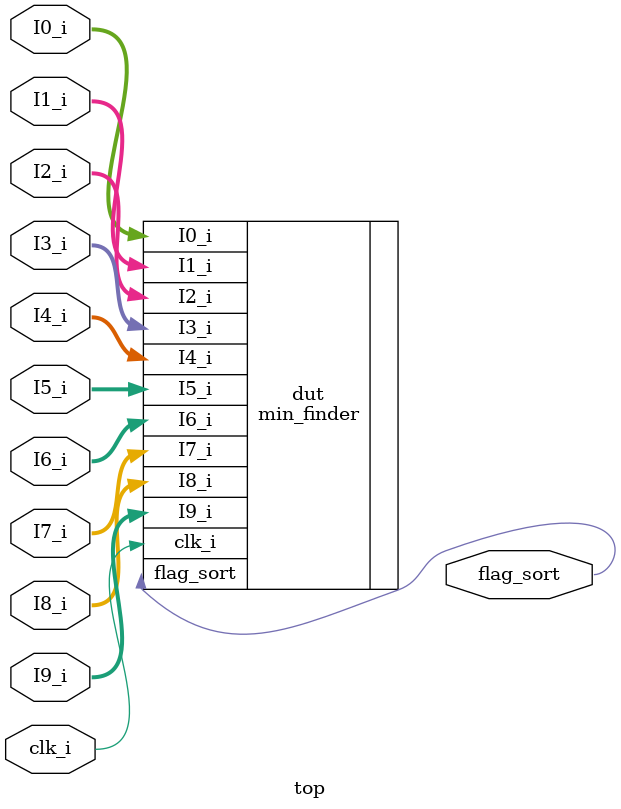
<source format=sv>
/* verilator lint_off UNUSED */
module top (
    //inputs
    input logic clk_i,
    input logic [3:0] I0_i,
    input logic [3:0] I1_i,
    input logic [3:0] I2_i,
    input logic [3:0] I3_i,
    input logic [3:0] I4_i,
    input logic [3:0] I5_i,
    input logic [3:0] I6_i,
    input logic [3:0] I7_i,
    input logic [3:0] I8_i,
    input logic [3:0] I9_i,
    //outputs
    output logic flag_sort
);
    min_finder dut (
        .clk_i      (clk_i),
    	.I0_i       (I0_i),
    	.I1_i       (I1_i),
    	.I2_i       (I2_i),
    	.I3_i       (I3_i),
    	.I4_i       (I4_i),
    	.I5_i       (I5_i),
    	.I6_i       (I6_i),
    	.I7_i       (I7_i),
    	.I8_i       (I8_i),
    	.I9_i       (I9_i),
        .flag_sort  (flag_sort)
    );
endmodule : top

</source>
